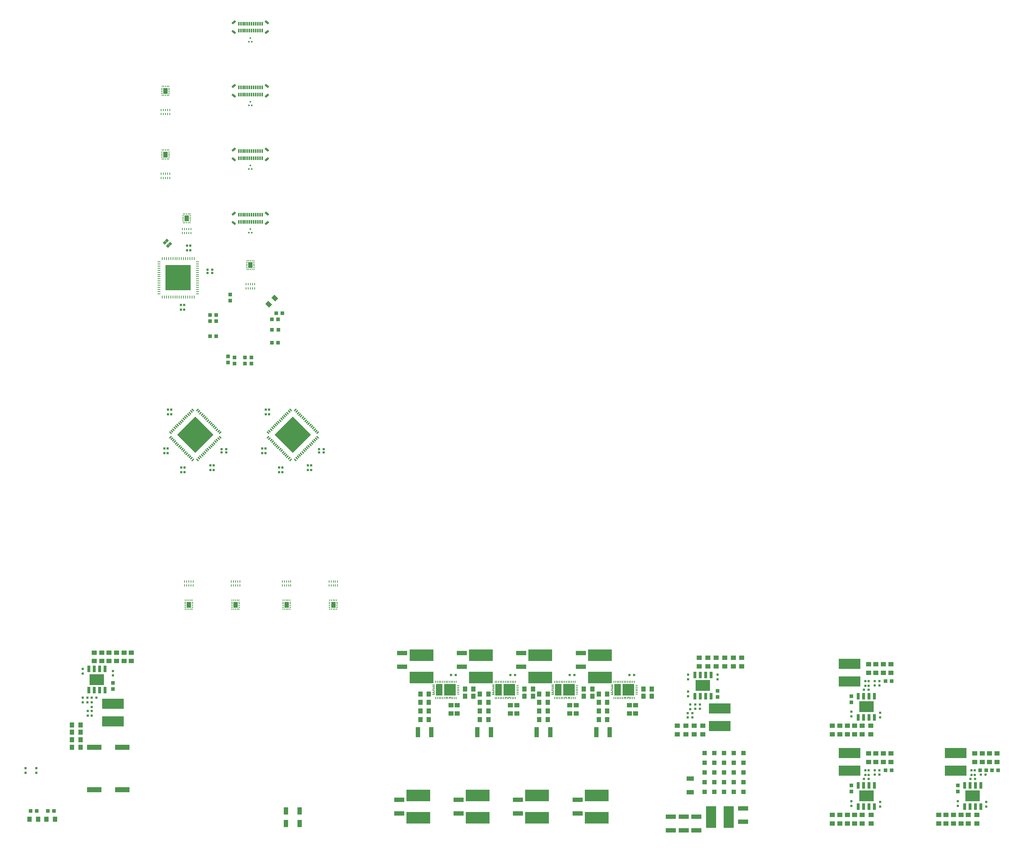
<source format=gbr>
%TF.GenerationSoftware,Altium Limited,Altium Designer,22.5.1 (42)*%
G04 Layer_Color=8421504*
%FSLAX26Y26*%
%MOIN*%
%TF.SameCoordinates,79F18A81-A5BF-4171-AD75-6FA3A7A6B408*%
%TF.FilePolarity,Positive*%
%TF.FileFunction,Paste,Top*%
%TF.Part,Single*%
G01*
G75*
%TA.AperFunction,SMDPad,CuDef*%
%ADD12R,0.200787X0.092520*%
%ADD13R,0.035433X0.033465*%
%ADD14R,0.023622X0.023622*%
%ADD15R,0.049213X0.039370*%
%ADD16R,0.023622X0.023622*%
%ADD17R,0.031496X0.059055*%
%ADD18R,0.137795X0.102362*%
%ADD19R,0.039370X0.070866*%
%ADD20R,0.043307X0.094488*%
%ADD21R,0.039370X0.049213*%
%ADD22R,0.220472X0.106299*%
%ADD23R,0.094488X0.043307*%
%ADD24R,0.007874X0.023622*%
%ADD25R,0.060236X0.107087*%
%ADD26R,0.107087X0.107087*%
%ADD27R,0.023622X0.009842*%
%ADD28R,0.023622X0.007874*%
%ADD29P,0.033407X4X360.0*%
G04:AMPARAMS|DCode=30|XSize=39.37mil|YSize=55.118mil|CornerRadius=0.984mil|HoleSize=0mil|Usage=FLASHONLY|Rotation=180.000|XOffset=0mil|YOffset=0mil|HoleType=Round|Shape=RoundedRectangle|*
%AMROUNDEDRECTD30*
21,1,0.039370,0.053150,0,0,180.0*
21,1,0.037402,0.055118,0,0,180.0*
1,1,0.001968,-0.018701,0.026575*
1,1,0.001968,0.018701,0.026575*
1,1,0.001968,0.018701,-0.026575*
1,1,0.001968,-0.018701,-0.026575*
%
%ADD30ROUNDEDRECTD30*%
G04:AMPARAMS|DCode=31|XSize=7.874mil|YSize=11.811mil|CornerRadius=0.984mil|HoleSize=0mil|Usage=FLASHONLY|Rotation=180.000|XOffset=0mil|YOffset=0mil|HoleType=Round|Shape=RoundedRectangle|*
%AMROUNDEDRECTD31*
21,1,0.007874,0.009843,0,0,180.0*
21,1,0.005906,0.011811,0,0,180.0*
1,1,0.001968,-0.002953,0.004921*
1,1,0.001968,0.002953,0.004921*
1,1,0.001968,0.002953,-0.004921*
1,1,0.001968,-0.002953,-0.004921*
%
%ADD31ROUNDEDRECTD31*%
G04:AMPARAMS|DCode=32|XSize=7.874mil|YSize=11.811mil|CornerRadius=0.984mil|HoleSize=0mil|Usage=FLASHONLY|Rotation=90.000|XOffset=0mil|YOffset=0mil|HoleType=Round|Shape=RoundedRectangle|*
%AMROUNDEDRECTD32*
21,1,0.007874,0.009843,0,0,90.0*
21,1,0.005906,0.011811,0,0,90.0*
1,1,0.001968,0.004921,0.002953*
1,1,0.001968,0.004921,-0.002953*
1,1,0.001968,-0.004921,-0.002953*
1,1,0.001968,-0.004921,0.002953*
%
%ADD32ROUNDEDRECTD32*%
%ADD33R,0.011811X0.011811*%
%ADD34R,0.007874X0.018701*%
%ADD35R,0.033465X0.035433*%
G04:AMPARAMS|DCode=36|XSize=39.37mil|YSize=49.213mil|CornerRadius=0mil|HoleSize=0mil|Usage=FLASHONLY|Rotation=45.000|XOffset=0mil|YOffset=0mil|HoleType=Round|Shape=Rectangle|*
%AMROTATEDRECTD36*
4,1,4,0.003480,-0.031319,-0.031319,0.003480,-0.003480,0.031319,0.031319,-0.003480,0.003480,-0.031319,0.0*
%
%ADD36ROTATEDRECTD36*%

%ADD37R,0.133858X0.047244*%
%ADD38R,0.092520X0.200787*%
%ADD39R,0.070866X0.039370*%
%TA.AperFunction,BGAPad,CuDef*%
%ADD40R,0.041732X0.041732*%
%TA.AperFunction,SMDPad,CuDef*%
G04:AMPARAMS|DCode=41|XSize=19.685mil|YSize=40.551mil|CornerRadius=0mil|HoleSize=0mil|Usage=FLASHONLY|Rotation=230.000|XOffset=0mil|YOffset=0mil|HoleType=Round|Shape=Rectangle|*
%AMROTATEDRECTD41*
4,1,4,-0.009205,0.020573,0.021859,-0.005493,0.009205,-0.020573,-0.021859,0.005493,-0.009205,0.020573,0.0*
%
%ADD41ROTATEDRECTD41*%

G04:AMPARAMS|DCode=42|XSize=19.685mil|YSize=40.551mil|CornerRadius=0mil|HoleSize=0mil|Usage=FLASHONLY|Rotation=130.000|XOffset=0mil|YOffset=0mil|HoleType=Round|Shape=Rectangle|*
%AMROTATEDRECTD42*
4,1,4,0.021859,0.005493,-0.009205,-0.020573,-0.021859,-0.005493,0.009205,0.020573,0.021859,0.005493,0.0*
%
%ADD42ROTATEDRECTD42*%

%ADD43R,0.011811X0.033465*%
%ADD44R,0.236220X0.236220*%
%ADD45R,0.027165X0.011024*%
%ADD46R,0.011024X0.027165*%
%ADD47P,0.334066X4X90.0*%
G04:AMPARAMS|DCode=48|XSize=11.024mil|YSize=27.165mil|CornerRadius=0mil|HoleSize=0mil|Usage=FLASHONLY|Rotation=135.000|XOffset=0mil|YOffset=0mil|HoleType=Round|Shape=Rectangle|*
%AMROTATEDRECTD48*
4,1,4,0.013502,0.005707,-0.005707,-0.013502,-0.013502,-0.005707,0.005707,0.013502,0.013502,0.005707,0.0*
%
%ADD48ROTATEDRECTD48*%

G04:AMPARAMS|DCode=49|XSize=11.024mil|YSize=27.165mil|CornerRadius=0mil|HoleSize=0mil|Usage=FLASHONLY|Rotation=225.000|XOffset=0mil|YOffset=0mil|HoleType=Round|Shape=Rectangle|*
%AMROTATEDRECTD49*
4,1,4,-0.005707,0.013502,0.013502,-0.005707,0.005707,-0.013502,-0.013502,0.005707,-0.005707,0.013502,0.0*
%
%ADD49ROTATEDRECTD49*%

%TA.AperFunction,Conductor*%
%ADD62R,0.023622X0.010827*%
%ADD63R,0.010827X0.045276*%
D12*
X12421260Y4386811D02*
D03*
Y4550197D02*
D03*
X6795837Y4432087D02*
D03*
Y4595472D02*
D03*
X14606299Y4136811D02*
D03*
Y3973425D02*
D03*
X13622047Y4136811D02*
D03*
Y3973425D02*
D03*
Y4963583D02*
D03*
Y4800197D02*
D03*
D13*
X12401575Y4713583D02*
D03*
Y4656496D02*
D03*
X7923228Y7748032D02*
D03*
Y7805118D02*
D03*
X8021654D02*
D03*
Y7748032D02*
D03*
X8080709Y7805118D02*
D03*
Y7748032D02*
D03*
X7884842Y8331693D02*
D03*
Y8388780D02*
D03*
X7864173Y7815945D02*
D03*
Y7758858D02*
D03*
X14625984Y3780512D02*
D03*
Y3837598D02*
D03*
X13641732Y3780512D02*
D03*
Y3837598D02*
D03*
X13641732Y4607283D02*
D03*
Y4664370D02*
D03*
X6795837Y4788386D02*
D03*
Y4731299D02*
D03*
D14*
X12401575Y4820866D02*
D03*
Y4864173D02*
D03*
X12125984Y4706693D02*
D03*
Y4663386D02*
D03*
Y4864173D02*
D03*
Y4820866D02*
D03*
X12145669Y4588583D02*
D03*
Y4545276D02*
D03*
X8241969Y7320197D02*
D03*
Y7276890D02*
D03*
X8211969Y7320197D02*
D03*
Y7276890D02*
D03*
X8604331Y6760827D02*
D03*
Y6804134D02*
D03*
X8180118Y6918307D02*
D03*
Y6961614D02*
D03*
X8634331Y6760827D02*
D03*
Y6804134D02*
D03*
X8210118Y6918307D02*
D03*
Y6961614D02*
D03*
X8335630Y6742126D02*
D03*
Y6785433D02*
D03*
X8365630Y6742126D02*
D03*
Y6785433D02*
D03*
X7336461Y7320212D02*
D03*
Y7276905D02*
D03*
X7306461Y7320212D02*
D03*
Y7276905D02*
D03*
X7698819Y6760827D02*
D03*
Y6804134D02*
D03*
X7274606Y6918307D02*
D03*
Y6961614D02*
D03*
X7728819Y6760827D02*
D03*
Y6804134D02*
D03*
X7304606Y6918307D02*
D03*
Y6961614D02*
D03*
X7430118Y6742126D02*
D03*
Y6785433D02*
D03*
X7460118Y6742126D02*
D03*
Y6785433D02*
D03*
X7514252Y8841535D02*
D03*
Y8798228D02*
D03*
X7484252Y8841535D02*
D03*
Y8798228D02*
D03*
X7426181Y8249016D02*
D03*
Y8292323D02*
D03*
X7456181Y8249016D02*
D03*
Y8292323D02*
D03*
X14625984Y3692913D02*
D03*
Y3649606D02*
D03*
X14783465Y3935039D02*
D03*
Y3978346D02*
D03*
X14891732Y3639764D02*
D03*
Y3683071D02*
D03*
X14753937Y3978346D02*
D03*
Y3935039D02*
D03*
X13641732Y3692913D02*
D03*
Y3649606D02*
D03*
X13799213Y3935039D02*
D03*
Y3978346D02*
D03*
X13907480Y3639764D02*
D03*
Y3683071D02*
D03*
X13769685Y3978346D02*
D03*
Y3935039D02*
D03*
X13641732Y4519685D02*
D03*
Y4476378D02*
D03*
X13799213Y4761811D02*
D03*
Y4805118D02*
D03*
X13907480Y4466535D02*
D03*
Y4509842D02*
D03*
X13769685Y4805118D02*
D03*
Y4761811D02*
D03*
X6795837Y4856299D02*
D03*
Y4899606D02*
D03*
X6599971Y4529527D02*
D03*
Y4486220D02*
D03*
Y4608268D02*
D03*
Y4564961D02*
D03*
X6518278Y4917323D02*
D03*
Y4874016D02*
D03*
X6564538Y4486220D02*
D03*
Y4529527D02*
D03*
X6087598Y3954724D02*
D03*
Y3998032D02*
D03*
X5988000Y3954724D02*
D03*
Y3998032D02*
D03*
D15*
X12027559Y4389764D02*
D03*
Y4311024D02*
D03*
X12106299Y4389764D02*
D03*
Y4311024D02*
D03*
X12185039Y4389764D02*
D03*
Y4311024D02*
D03*
X12263780Y4389764D02*
D03*
Y4311024D02*
D03*
X12230315Y4940945D02*
D03*
Y5019685D02*
D03*
X12309055Y4940945D02*
D03*
Y5019685D02*
D03*
X12387795Y4940945D02*
D03*
Y5019685D02*
D03*
X12466535Y4940945D02*
D03*
Y5019685D02*
D03*
X12545276Y4940945D02*
D03*
Y5019685D02*
D03*
X12624016Y4940945D02*
D03*
Y5019685D02*
D03*
X10480315Y4582677D02*
D03*
Y4503937D02*
D03*
X10539370Y4582677D02*
D03*
Y4503937D02*
D03*
X11031496Y4582677D02*
D03*
Y4503937D02*
D03*
X11090551Y4582677D02*
D03*
Y4503937D02*
D03*
X9929134Y4582677D02*
D03*
Y4503937D02*
D03*
X9988189Y4582677D02*
D03*
Y4503937D02*
D03*
X11582677Y4582677D02*
D03*
Y4503937D02*
D03*
X11641732Y4582677D02*
D03*
Y4503937D02*
D03*
X14852362Y4133858D02*
D03*
Y4055118D02*
D03*
X14921260Y4133858D02*
D03*
Y4055118D02*
D03*
X14990157Y4133858D02*
D03*
Y4055118D02*
D03*
X14783465Y4133858D02*
D03*
Y4055118D02*
D03*
X14724409Y3562992D02*
D03*
Y3484252D02*
D03*
X14803150Y3562992D02*
D03*
Y3484252D02*
D03*
X14655512Y3562992D02*
D03*
Y3484252D02*
D03*
X14586614Y3562992D02*
D03*
Y3484252D02*
D03*
X14517717Y3562992D02*
D03*
Y3484252D02*
D03*
X14448819Y3562992D02*
D03*
Y3484252D02*
D03*
X14005906Y4133858D02*
D03*
Y4055118D02*
D03*
X13937008Y4133858D02*
D03*
Y4055118D02*
D03*
X13868110Y4133858D02*
D03*
Y4055118D02*
D03*
X13799213Y4133858D02*
D03*
Y4055118D02*
D03*
X13740157Y3562992D02*
D03*
Y3484252D02*
D03*
X13825040Y3562992D02*
D03*
Y3484252D02*
D03*
X13671260Y3562992D02*
D03*
Y3484252D02*
D03*
X13602362Y3562992D02*
D03*
Y3484252D02*
D03*
X13533465Y3562992D02*
D03*
Y3484252D02*
D03*
X13464567Y3562992D02*
D03*
Y3484252D02*
D03*
X14005906Y4960630D02*
D03*
Y4881890D02*
D03*
X13937008Y4960630D02*
D03*
Y4881890D02*
D03*
X13868110Y4960630D02*
D03*
Y4881890D02*
D03*
X13799213Y4960630D02*
D03*
Y4881890D02*
D03*
X13740158Y4389764D02*
D03*
Y4311024D02*
D03*
X13818898Y4389764D02*
D03*
Y4311024D02*
D03*
X13671260Y4389764D02*
D03*
Y4311024D02*
D03*
X13602362Y4389764D02*
D03*
Y4311024D02*
D03*
X13533465Y4389764D02*
D03*
Y4311024D02*
D03*
X13464567Y4389764D02*
D03*
Y4311024D02*
D03*
X6761811Y4990158D02*
D03*
Y5068898D02*
D03*
X6830709Y4990158D02*
D03*
Y5068898D02*
D03*
X6899606Y4990158D02*
D03*
Y5068898D02*
D03*
X6624016Y4990158D02*
D03*
Y5068898D02*
D03*
X6692913Y4990158D02*
D03*
Y5068898D02*
D03*
X6968504Y4990158D02*
D03*
Y5068898D02*
D03*
D16*
X12124016Y4507874D02*
D03*
X12167323D02*
D03*
Y4468504D02*
D03*
X12124016D02*
D03*
X12192913Y4586614D02*
D03*
X12236220D02*
D03*
Y4547244D02*
D03*
X12192913D02*
D03*
X10523622Y4862205D02*
D03*
X10480315D02*
D03*
X11074803D02*
D03*
X11031496D02*
D03*
X9972441D02*
D03*
X9929134D02*
D03*
X11625984D02*
D03*
X11582677D02*
D03*
X8751535Y6924016D02*
D03*
X8708228D02*
D03*
X8751535Y6954016D02*
D03*
X8708228D02*
D03*
X7846036Y6924025D02*
D03*
X7802729D02*
D03*
X7846036Y6954025D02*
D03*
X7802729D02*
D03*
X7715551Y8587598D02*
D03*
X7672244D02*
D03*
X7715551Y8617598D02*
D03*
X7672244D02*
D03*
X14840551Y3937008D02*
D03*
X14883858D02*
D03*
X14785433Y3897638D02*
D03*
X14742126D02*
D03*
X13899606Y3976378D02*
D03*
X13856299D02*
D03*
Y3937008D02*
D03*
X13899606D02*
D03*
X13801181Y3897638D02*
D03*
X13757874D02*
D03*
X13899606Y4803150D02*
D03*
X13856299D02*
D03*
Y4763779D02*
D03*
X13899606D02*
D03*
X13801181Y4724409D02*
D03*
X13757874D02*
D03*
X6600955Y4651575D02*
D03*
X6644262D02*
D03*
X6518278D02*
D03*
X6561585D02*
D03*
X6518278Y4608268D02*
D03*
X6561585D02*
D03*
D17*
X12338780Y4665354D02*
D03*
X12288780D02*
D03*
X12188780D02*
D03*
X12238780D02*
D03*
Y4862205D02*
D03*
X12188780D02*
D03*
X12288780D02*
D03*
X12338780D02*
D03*
X14688780Y3838583D02*
D03*
X14738780D02*
D03*
X14838780D02*
D03*
X14788780D02*
D03*
Y3641732D02*
D03*
X14838780D02*
D03*
X14738780D02*
D03*
X14688780D02*
D03*
X13704528Y3838583D02*
D03*
X13754528D02*
D03*
X13854528D02*
D03*
X13804528D02*
D03*
Y3641732D02*
D03*
X13854528D02*
D03*
X13754528D02*
D03*
X13704528D02*
D03*
Y4665354D02*
D03*
X13754528D02*
D03*
X13854528D02*
D03*
X13804528D02*
D03*
Y4468504D02*
D03*
X13854528D02*
D03*
X13754528D02*
D03*
X13704528D02*
D03*
X6723199Y4720472D02*
D03*
X6673199D02*
D03*
X6573199D02*
D03*
X6623199D02*
D03*
Y4917323D02*
D03*
X6573199D02*
D03*
X6673199D02*
D03*
X6723199D02*
D03*
D18*
X12263780Y4763779D02*
D03*
X14763780Y3740157D02*
D03*
X13779528D02*
D03*
Y4566929D02*
D03*
X6648199Y4818898D02*
D03*
D19*
X8527559Y3484252D02*
D03*
X8401575D02*
D03*
X8527559Y3602362D02*
D03*
X8401575D02*
D03*
D20*
X11401575Y4330709D02*
D03*
X11275591D02*
D03*
X10173228D02*
D03*
X10299213D02*
D03*
X10724409D02*
D03*
X10850394D02*
D03*
X9622047D02*
D03*
X9748031D02*
D03*
D21*
X11299213Y4606299D02*
D03*
X11377953D02*
D03*
X11299213Y4527559D02*
D03*
X11377953D02*
D03*
X11299213Y4448819D02*
D03*
X11377953D02*
D03*
X11299213Y4685039D02*
D03*
X11377953D02*
D03*
X10275591D02*
D03*
X10196850D02*
D03*
X10275591Y4606299D02*
D03*
X10196850D02*
D03*
X10275591Y4527559D02*
D03*
X10196850D02*
D03*
X10275591Y4448819D02*
D03*
X10196850D02*
D03*
X10610236Y4732283D02*
D03*
X10688976D02*
D03*
X10610236Y4665354D02*
D03*
X10688976D02*
D03*
X10826772Y4685039D02*
D03*
X10748031D02*
D03*
X10826772Y4606299D02*
D03*
X10748031D02*
D03*
X10826772Y4527559D02*
D03*
X10748031D02*
D03*
X10826772Y4448819D02*
D03*
X10748031D02*
D03*
X11161417Y4732283D02*
D03*
X11240157D02*
D03*
X11161417Y4665354D02*
D03*
X11240157D02*
D03*
X9724409Y4685039D02*
D03*
X9645669D02*
D03*
X9724409Y4606299D02*
D03*
X9645669D02*
D03*
X9724409Y4527559D02*
D03*
X9645669D02*
D03*
X9724409Y4448819D02*
D03*
X9645669D02*
D03*
X10059055Y4732283D02*
D03*
X10137795D02*
D03*
X10059055Y4665354D02*
D03*
X10137795D02*
D03*
X11712598Y4732283D02*
D03*
X11791339D02*
D03*
X11712598Y4665354D02*
D03*
X11791339D02*
D03*
X6496063Y4399606D02*
D03*
X6417323D02*
D03*
X6496063Y4330709D02*
D03*
X6417323D02*
D03*
X6496063Y4261811D02*
D03*
X6417323D02*
D03*
X6496063Y4192913D02*
D03*
X6417323D02*
D03*
X6102362Y3523622D02*
D03*
X6023622D02*
D03*
X6181102D02*
D03*
X6259842D02*
D03*
D22*
X9625983Y3746063D02*
D03*
Y3537402D02*
D03*
X10177165Y3746063D02*
D03*
Y3537402D02*
D03*
X10728346Y3746063D02*
D03*
Y3537402D02*
D03*
X11279527Y3746063D02*
D03*
Y3537402D02*
D03*
X10206693Y4836614D02*
D03*
Y5045276D02*
D03*
X10757874Y4836614D02*
D03*
Y5045276D02*
D03*
X9655512Y4836614D02*
D03*
Y5045276D02*
D03*
X11309055Y4836614D02*
D03*
Y5045276D02*
D03*
D23*
X9448819Y3578740D02*
D03*
Y3704724D02*
D03*
X10000000Y3578740D02*
D03*
Y3704724D02*
D03*
X10551181Y3578740D02*
D03*
Y3704724D02*
D03*
X11102362Y3578740D02*
D03*
Y3704724D02*
D03*
X10029528Y5062992D02*
D03*
Y4937008D02*
D03*
X10580709Y5062992D02*
D03*
Y4937008D02*
D03*
X9478346Y5062992D02*
D03*
Y4937008D02*
D03*
X11131890Y5062992D02*
D03*
Y4937008D02*
D03*
X12637795Y3500000D02*
D03*
Y3625984D02*
D03*
X12204724Y3421260D02*
D03*
Y3547244D02*
D03*
X12086614Y3421260D02*
D03*
Y3547244D02*
D03*
X11968504Y3421260D02*
D03*
Y3547244D02*
D03*
D24*
X9897638Y4799212D02*
D03*
X9976378Y4649606D02*
D03*
X9960630D02*
D03*
X9929134D02*
D03*
X9913386D02*
D03*
X9897638D02*
D03*
X9881890D02*
D03*
X9866142D02*
D03*
X9850394D02*
D03*
X9834646D02*
D03*
X9818898D02*
D03*
X9803149D02*
D03*
X9787401D02*
D03*
Y4799212D02*
D03*
X9803149D02*
D03*
X9818898D02*
D03*
X9834646D02*
D03*
X9850394D02*
D03*
X9866142D02*
D03*
X9881890D02*
D03*
X9913386D02*
D03*
X9929134D02*
D03*
X9944882D02*
D03*
X9960630D02*
D03*
X9976378D02*
D03*
X9944882Y4649606D02*
D03*
X10448819Y4799212D02*
D03*
X10527559Y4649606D02*
D03*
X10511811D02*
D03*
X10480315D02*
D03*
X10464567D02*
D03*
X10448819D02*
D03*
X10433071D02*
D03*
X10417323D02*
D03*
X10401575D02*
D03*
X10385827D02*
D03*
X10370079D02*
D03*
X10354331D02*
D03*
X10338583D02*
D03*
Y4799212D02*
D03*
X10354331D02*
D03*
X10370079D02*
D03*
X10385827D02*
D03*
X10401575D02*
D03*
X10417323D02*
D03*
X10433071D02*
D03*
X10464567D02*
D03*
X10480315D02*
D03*
X10496063D02*
D03*
X10511811D02*
D03*
X10527559D02*
D03*
X10496063Y4649606D02*
D03*
X11000000Y4799212D02*
D03*
X11078740Y4649606D02*
D03*
X11062992D02*
D03*
X11031496D02*
D03*
X11015748D02*
D03*
X11000000D02*
D03*
X10984252D02*
D03*
X10968504D02*
D03*
X10952756D02*
D03*
X10937008D02*
D03*
X10921260D02*
D03*
X10905512D02*
D03*
X10889764D02*
D03*
Y4799212D02*
D03*
X10905512D02*
D03*
X10921260D02*
D03*
X10937008D02*
D03*
X10952756D02*
D03*
X10968504D02*
D03*
X10984252D02*
D03*
X11015748D02*
D03*
X11031496D02*
D03*
X11047244D02*
D03*
X11062992D02*
D03*
X11078740D02*
D03*
X11047244Y4649606D02*
D03*
X11551181Y4799212D02*
D03*
X11629921Y4649606D02*
D03*
X11614173D02*
D03*
X11582677D02*
D03*
X11566929D02*
D03*
X11551181D02*
D03*
X11535433D02*
D03*
X11519685D02*
D03*
X11503937D02*
D03*
X11488189D02*
D03*
X11472441D02*
D03*
X11456693D02*
D03*
X11440945D02*
D03*
Y4799212D02*
D03*
X11456693D02*
D03*
X11472441D02*
D03*
X11488189D02*
D03*
X11503937D02*
D03*
X11519685D02*
D03*
X11535433D02*
D03*
X11566929D02*
D03*
X11582677D02*
D03*
X11598425D02*
D03*
X11614173D02*
D03*
X11629921D02*
D03*
X11598425Y4649606D02*
D03*
D25*
X9820472Y4724409D02*
D03*
X10371654D02*
D03*
X10922835D02*
D03*
X11474016D02*
D03*
D26*
X9919882D02*
D03*
X10471063D02*
D03*
X11022244D02*
D03*
X11573425D02*
D03*
D27*
X9767717Y4680118D02*
D03*
Y4768701D02*
D03*
X10318898Y4680118D02*
D03*
Y4768701D02*
D03*
X10870079Y4680118D02*
D03*
Y4768701D02*
D03*
X11421260Y4680118D02*
D03*
Y4768701D02*
D03*
D28*
X9767717Y4698819D02*
D03*
Y4716535D02*
D03*
Y4732283D02*
D03*
Y4750000D02*
D03*
X9996063Y4763779D02*
D03*
Y4748031D02*
D03*
Y4732283D02*
D03*
Y4716535D02*
D03*
Y4700787D02*
D03*
Y4685039D02*
D03*
X10318898Y4698819D02*
D03*
Y4716535D02*
D03*
Y4732283D02*
D03*
Y4750000D02*
D03*
X10547244Y4763779D02*
D03*
Y4748031D02*
D03*
Y4732283D02*
D03*
Y4716535D02*
D03*
Y4700787D02*
D03*
Y4685039D02*
D03*
X10870079Y4698819D02*
D03*
Y4716535D02*
D03*
Y4732283D02*
D03*
Y4750000D02*
D03*
X11098425Y4763779D02*
D03*
Y4748031D02*
D03*
Y4732283D02*
D03*
Y4716535D02*
D03*
Y4700787D02*
D03*
Y4685039D02*
D03*
X11421260Y4698819D02*
D03*
Y4716535D02*
D03*
Y4732283D02*
D03*
Y4750000D02*
D03*
X11649606Y4763779D02*
D03*
Y4748031D02*
D03*
Y4732283D02*
D03*
Y4716535D02*
D03*
Y4700787D02*
D03*
Y4685039D02*
D03*
D29*
X7277311Y8867371D02*
D03*
X7307933Y8836748D02*
D03*
X7297311Y8887371D02*
D03*
X7327933Y8856748D02*
D03*
D30*
X8070866Y8661417D02*
D03*
X7283465Y10275591D02*
D03*
Y9685039D02*
D03*
X7480315Y9094488D02*
D03*
X8838583Y5511811D02*
D03*
X8405512D02*
D03*
X7933071D02*
D03*
X7500000D02*
D03*
D31*
X8102362Y8620079D02*
D03*
X8086614D02*
D03*
X8070866D02*
D03*
X8055118D02*
D03*
X8039370D02*
D03*
Y8702756D02*
D03*
X8055118D02*
D03*
X8070866D02*
D03*
X8086614D02*
D03*
X8102362D02*
D03*
X7314961Y10234252D02*
D03*
X7299213D02*
D03*
X7283465D02*
D03*
X7267717D02*
D03*
X7251968D02*
D03*
Y10316929D02*
D03*
X7267717D02*
D03*
X7283465D02*
D03*
X7299213D02*
D03*
X7314961D02*
D03*
Y9643701D02*
D03*
X7299213D02*
D03*
X7283465D02*
D03*
X7267717D02*
D03*
X7251968D02*
D03*
Y9726378D02*
D03*
X7267717D02*
D03*
X7283465D02*
D03*
X7299213D02*
D03*
X7314961D02*
D03*
X7511811Y9053150D02*
D03*
X7496063D02*
D03*
X7480315D02*
D03*
X7464567D02*
D03*
X7448819D02*
D03*
Y9135827D02*
D03*
X7464567D02*
D03*
X7480315D02*
D03*
X7496063D02*
D03*
X7511811D02*
D03*
X8807087Y5470472D02*
D03*
X8822835D02*
D03*
X8838583D02*
D03*
X8854331D02*
D03*
X8870079D02*
D03*
Y5553150D02*
D03*
X8854331D02*
D03*
X8838583D02*
D03*
X8822835D02*
D03*
X8807087D02*
D03*
X8374016Y5470472D02*
D03*
X8389764D02*
D03*
X8405512D02*
D03*
X8421260D02*
D03*
X8437008D02*
D03*
Y5553150D02*
D03*
X8421260D02*
D03*
X8405512D02*
D03*
X8389764D02*
D03*
X8374016D02*
D03*
X7901575Y5470472D02*
D03*
X7917323D02*
D03*
X7933071D02*
D03*
X7948819D02*
D03*
X7964567D02*
D03*
Y5553150D02*
D03*
X7948819D02*
D03*
X7933071D02*
D03*
X7917323D02*
D03*
X7901575D02*
D03*
X7468504D02*
D03*
X7484252D02*
D03*
X7500000D02*
D03*
X7515748D02*
D03*
X7531496D02*
D03*
Y5470472D02*
D03*
X7515748D02*
D03*
X7500000D02*
D03*
X7484252D02*
D03*
X7468504D02*
D03*
D32*
X8037401Y8637795D02*
D03*
Y8653543D02*
D03*
Y8669291D02*
D03*
Y8685039D02*
D03*
X8104331D02*
D03*
Y8669291D02*
D03*
Y8653543D02*
D03*
Y8637795D02*
D03*
X7250000Y10251969D02*
D03*
Y10267717D02*
D03*
Y10283465D02*
D03*
Y10299213D02*
D03*
X7316929D02*
D03*
Y10283465D02*
D03*
Y10267717D02*
D03*
Y10251969D02*
D03*
X7250000Y9661417D02*
D03*
Y9677165D02*
D03*
Y9692913D02*
D03*
Y9708661D02*
D03*
X7316929D02*
D03*
Y9692913D02*
D03*
Y9677165D02*
D03*
Y9661417D02*
D03*
X7446850Y9070866D02*
D03*
Y9086614D02*
D03*
Y9102362D02*
D03*
Y9118110D02*
D03*
X7513780D02*
D03*
Y9102362D02*
D03*
Y9086614D02*
D03*
Y9070866D02*
D03*
X8805118Y5535433D02*
D03*
Y5519685D02*
D03*
Y5503937D02*
D03*
Y5488189D02*
D03*
X8872047D02*
D03*
Y5503937D02*
D03*
Y5519685D02*
D03*
Y5535433D02*
D03*
X8372047D02*
D03*
Y5519685D02*
D03*
Y5503937D02*
D03*
Y5488189D02*
D03*
X8438976D02*
D03*
Y5503937D02*
D03*
Y5519685D02*
D03*
Y5535433D02*
D03*
X7899606D02*
D03*
Y5519685D02*
D03*
Y5503937D02*
D03*
Y5488189D02*
D03*
X7966535D02*
D03*
Y5503937D02*
D03*
Y5519685D02*
D03*
Y5535433D02*
D03*
X7533465D02*
D03*
Y5519685D02*
D03*
Y5503937D02*
D03*
Y5488189D02*
D03*
X7466535D02*
D03*
Y5503937D02*
D03*
Y5519685D02*
D03*
Y5535433D02*
D03*
D33*
X8057087Y10731299D02*
D03*
X8084646D02*
D03*
X8070866Y10764764D02*
D03*
X8057087Y10140748D02*
D03*
X8084646D02*
D03*
X8070866Y10174213D02*
D03*
X8057087Y9550197D02*
D03*
X8084646D02*
D03*
X8070866Y9583662D02*
D03*
X8057087Y8959646D02*
D03*
X8084646D02*
D03*
X8070866Y8993110D02*
D03*
D34*
X7322835Y10097441D02*
D03*
X7303150D02*
D03*
X7283465D02*
D03*
X7263780D02*
D03*
X7244095D02*
D03*
Y10060039D02*
D03*
X7263779D02*
D03*
X7283465D02*
D03*
X7303150D02*
D03*
X7322835D02*
D03*
Y9506890D02*
D03*
X7303150D02*
D03*
X7283465D02*
D03*
X7263780D02*
D03*
X7244095D02*
D03*
Y9469488D02*
D03*
X7263779D02*
D03*
X7283465D02*
D03*
X7303150D02*
D03*
X7322835D02*
D03*
X7519685Y8995079D02*
D03*
X7500000D02*
D03*
X7480315D02*
D03*
X7460630D02*
D03*
X7440945D02*
D03*
Y8957677D02*
D03*
X7460630D02*
D03*
X7480315D02*
D03*
X7500000D02*
D03*
X7519685D02*
D03*
X8110236Y8483268D02*
D03*
X8090551D02*
D03*
X8070866D02*
D03*
X8051181D02*
D03*
X8031496D02*
D03*
Y8445866D02*
D03*
X8051181D02*
D03*
X8070866D02*
D03*
X8090551D02*
D03*
X8110236D02*
D03*
X8799213Y5689961D02*
D03*
X8818898D02*
D03*
X8838583D02*
D03*
X8858268D02*
D03*
X8877953D02*
D03*
Y5727362D02*
D03*
X8858268D02*
D03*
X8838583D02*
D03*
X8818898D02*
D03*
X8799213D02*
D03*
X7893701Y5689961D02*
D03*
X7913386D02*
D03*
X7933071D02*
D03*
X7952756D02*
D03*
X7972441D02*
D03*
Y5727362D02*
D03*
X7952756D02*
D03*
X7933071D02*
D03*
X7913386D02*
D03*
X7893701D02*
D03*
X8366142Y5689961D02*
D03*
X8385827D02*
D03*
X8405512D02*
D03*
X8425197D02*
D03*
X8444882D02*
D03*
Y5727362D02*
D03*
X8425197D02*
D03*
X8405512D02*
D03*
X8385827D02*
D03*
X8366142D02*
D03*
X7460630Y5689961D02*
D03*
X7480315D02*
D03*
X7500000D02*
D03*
X7519685D02*
D03*
X7539370D02*
D03*
Y5727362D02*
D03*
X7519685D02*
D03*
X7500000D02*
D03*
X7480315D02*
D03*
X7460630D02*
D03*
D35*
X8271654Y8060039D02*
D03*
X8328740D02*
D03*
X8311024Y8214567D02*
D03*
X8368110D02*
D03*
X7753937Y8198819D02*
D03*
X7696850D02*
D03*
X7753937Y8139764D02*
D03*
X7696850D02*
D03*
X7753937Y8001968D02*
D03*
X7696850D02*
D03*
X8270669Y7941929D02*
D03*
X8327756D02*
D03*
X8270669Y8159449D02*
D03*
X8327756D02*
D03*
X14890748Y3976378D02*
D03*
X14833661D02*
D03*
X14999016D02*
D03*
X14941929D02*
D03*
X14014764D02*
D03*
X13957677D02*
D03*
X14014764Y4803150D02*
D03*
X13957677D02*
D03*
X6091535Y3600392D02*
D03*
X6034449D02*
D03*
X6191929Y3602362D02*
D03*
X6249016D02*
D03*
D36*
X8239878Y8298933D02*
D03*
X8295555Y8354611D02*
D03*
D37*
X6622047Y3799212D02*
D03*
X6881890D02*
D03*
X6622047Y4192913D02*
D03*
X6881890D02*
D03*
D38*
X12502953Y3543307D02*
D03*
X12339567D02*
D03*
D39*
X12145669Y3775591D02*
D03*
Y3901575D02*
D03*
D40*
X12370472Y4137008D02*
D03*
X12280315D02*
D03*
X12640945D02*
D03*
X12550787D02*
D03*
X12460630D02*
D03*
X12370472Y4046851D02*
D03*
X12280315D02*
D03*
X12640945D02*
D03*
X12550787D02*
D03*
X12460630D02*
D03*
Y3956693D02*
D03*
X12550787D02*
D03*
X12640945D02*
D03*
X12280315D02*
D03*
X12370472D02*
D03*
X12460630Y3866535D02*
D03*
X12550787D02*
D03*
X12640945D02*
D03*
X12280315D02*
D03*
X12370472D02*
D03*
X12460630Y3776378D02*
D03*
X12550787D02*
D03*
X12640945D02*
D03*
X12280315D02*
D03*
X12370472D02*
D03*
D41*
X8223622Y10910827D02*
D03*
X7918110Y10821457D02*
D03*
X8223622Y10320276D02*
D03*
X7918110Y10230906D02*
D03*
X8223622Y9729724D02*
D03*
X7918110Y9640354D02*
D03*
X8223622Y9139173D02*
D03*
X7918110Y9049803D02*
D03*
D42*
X8223622Y10821457D02*
D03*
X7918110Y10910827D02*
D03*
X8223622Y10230906D02*
D03*
X7918110Y10320276D02*
D03*
X8223622Y9640354D02*
D03*
X7918110Y9729724D02*
D03*
X8223622Y9049803D02*
D03*
X7918110Y9139173D02*
D03*
D43*
X8179134Y10898819D02*
D03*
X8159449D02*
D03*
X8139764D02*
D03*
X8120079D02*
D03*
X8100394D02*
D03*
X8080709D02*
D03*
X8061024D02*
D03*
X8041338D02*
D03*
X8021654D02*
D03*
X8001968D02*
D03*
X7982283D02*
D03*
X7962598D02*
D03*
Y10833465D02*
D03*
X7982283D02*
D03*
X8001968D02*
D03*
X8021654D02*
D03*
X8041338D02*
D03*
X8061024D02*
D03*
X8080709D02*
D03*
X8100394D02*
D03*
X8120079D02*
D03*
X8139764D02*
D03*
X8159449D02*
D03*
X8179134D02*
D03*
Y10308268D02*
D03*
X8159449D02*
D03*
X8139764D02*
D03*
X8120079D02*
D03*
X8100394D02*
D03*
X8080709D02*
D03*
X8061024D02*
D03*
X8041338D02*
D03*
X8021654D02*
D03*
X8001968D02*
D03*
X7982283D02*
D03*
X7962598D02*
D03*
Y10242913D02*
D03*
X7982283D02*
D03*
X8001968D02*
D03*
X8021654D02*
D03*
X8041338D02*
D03*
X8061024D02*
D03*
X8080709D02*
D03*
X8100394D02*
D03*
X8120079D02*
D03*
X8139764D02*
D03*
X8159449D02*
D03*
X8179134D02*
D03*
Y9717717D02*
D03*
X8159449D02*
D03*
X8139764D02*
D03*
X8120079D02*
D03*
X8100394D02*
D03*
X8080709D02*
D03*
X8061024D02*
D03*
X8041338D02*
D03*
X8021654D02*
D03*
X8001968D02*
D03*
X7982283D02*
D03*
X7962598D02*
D03*
Y9652362D02*
D03*
X7982283D02*
D03*
X8001968D02*
D03*
X8021654D02*
D03*
X8041338D02*
D03*
X8061024D02*
D03*
X8080709D02*
D03*
X8100394D02*
D03*
X8120079D02*
D03*
X8139764D02*
D03*
X8159449D02*
D03*
X8179134D02*
D03*
Y9127165D02*
D03*
X8159449D02*
D03*
X8139764D02*
D03*
X8120079D02*
D03*
X8100394D02*
D03*
X8080709D02*
D03*
X8061024D02*
D03*
X8041338D02*
D03*
X8021654D02*
D03*
X8001968D02*
D03*
X7982283D02*
D03*
X7962598D02*
D03*
Y9061811D02*
D03*
X7982283D02*
D03*
X8001968D02*
D03*
X8021654D02*
D03*
X8041338D02*
D03*
X8061024D02*
D03*
X8080709D02*
D03*
X8100394D02*
D03*
X8120079D02*
D03*
X8139764D02*
D03*
X8159449D02*
D03*
X8179134D02*
D03*
D44*
X7401575Y8543307D02*
D03*
D45*
X7579724Y8533465D02*
D03*
Y8513780D02*
D03*
Y8494094D02*
D03*
Y8474409D02*
D03*
Y8454724D02*
D03*
Y8435039D02*
D03*
Y8415354D02*
D03*
Y8395669D02*
D03*
Y8553150D02*
D03*
Y8572835D02*
D03*
Y8592520D02*
D03*
Y8612205D02*
D03*
Y8631890D02*
D03*
Y8651575D02*
D03*
Y8671260D02*
D03*
Y8690945D02*
D03*
X7223425Y8553150D02*
D03*
Y8572835D02*
D03*
Y8592520D02*
D03*
Y8612205D02*
D03*
Y8631890D02*
D03*
Y8651575D02*
D03*
Y8671260D02*
D03*
Y8690945D02*
D03*
Y8533465D02*
D03*
Y8513780D02*
D03*
Y8494094D02*
D03*
Y8474409D02*
D03*
Y8454724D02*
D03*
Y8435039D02*
D03*
Y8415354D02*
D03*
Y8395669D02*
D03*
D46*
X7411417Y8721457D02*
D03*
X7431102D02*
D03*
X7450787D02*
D03*
X7470472D02*
D03*
X7490158D02*
D03*
X7509842D02*
D03*
X7529528D02*
D03*
X7549213D02*
D03*
X7391732D02*
D03*
X7372047D02*
D03*
X7352362D02*
D03*
X7332677D02*
D03*
X7312992D02*
D03*
X7293307D02*
D03*
X7273622D02*
D03*
X7253937D02*
D03*
X7391732Y8365157D02*
D03*
X7372047D02*
D03*
X7352362D02*
D03*
X7332677D02*
D03*
X7312992D02*
D03*
X7293307D02*
D03*
X7273622D02*
D03*
X7253937D02*
D03*
X7411417D02*
D03*
X7431102D02*
D03*
X7450787D02*
D03*
X7470472D02*
D03*
X7490158D02*
D03*
X7509842D02*
D03*
X7529528D02*
D03*
X7549213D02*
D03*
D47*
X8464567Y7086614D02*
D03*
X7559055D02*
D03*
D48*
X8331636Y6967603D02*
D03*
X8317717Y6981523D02*
D03*
X8303798Y6995442D02*
D03*
X8289878Y7009361D02*
D03*
X8275959Y7023281D02*
D03*
X8262039Y7037200D02*
D03*
X8248120Y7051120D02*
D03*
X8234200Y7065039D02*
D03*
X8345556Y6953684D02*
D03*
X8359475Y6939764D02*
D03*
X8373395Y6925845D02*
D03*
X8387314Y6911925D02*
D03*
X8401234Y6898006D02*
D03*
X8415153Y6884087D02*
D03*
X8429072Y6870167D02*
D03*
X8442992Y6856248D02*
D03*
X8597497Y7205625D02*
D03*
X8611417Y7191706D02*
D03*
X8625336Y7177786D02*
D03*
X8639256Y7163867D02*
D03*
X8653175Y7149948D02*
D03*
X8667094Y7136028D02*
D03*
X8681014Y7122109D02*
D03*
X8694933Y7108189D02*
D03*
X8583578Y7219545D02*
D03*
X8569658Y7233464D02*
D03*
X8555739Y7247384D02*
D03*
X8541820Y7261303D02*
D03*
X8527900Y7275222D02*
D03*
X8513981Y7289142D02*
D03*
X8500061Y7303061D02*
D03*
X8486142Y7316981D02*
D03*
X7426125Y6967603D02*
D03*
X7412205Y6981523D02*
D03*
X7398286Y6995442D02*
D03*
X7384366Y7009361D02*
D03*
X7370447Y7023281D02*
D03*
X7356528Y7037200D02*
D03*
X7342608Y7051120D02*
D03*
X7328689Y7065039D02*
D03*
X7440044Y6953684D02*
D03*
X7453963Y6939764D02*
D03*
X7467883Y6925845D02*
D03*
X7481802Y6911925D02*
D03*
X7495722Y6898006D02*
D03*
X7509641Y6884087D02*
D03*
X7523561Y6870167D02*
D03*
X7537480Y6856248D02*
D03*
X7691986Y7205625D02*
D03*
X7705905Y7191706D02*
D03*
X7719824Y7177786D02*
D03*
X7733744Y7163867D02*
D03*
X7747663Y7149948D02*
D03*
X7761583Y7136028D02*
D03*
X7775502Y7122109D02*
D03*
X7789422Y7108189D02*
D03*
X7678066Y7219545D02*
D03*
X7664147Y7233464D02*
D03*
X7650227Y7247384D02*
D03*
X7636308Y7261303D02*
D03*
X7622389Y7275222D02*
D03*
X7608469Y7289142D02*
D03*
X7594550Y7303061D02*
D03*
X7580630Y7316981D02*
D03*
D49*
X8583578Y6953684D02*
D03*
X8569658Y6939764D02*
D03*
X8555739Y6925845D02*
D03*
X8541820Y6911925D02*
D03*
X8527900Y6898006D02*
D03*
X8513981Y6884087D02*
D03*
X8500061Y6870167D02*
D03*
X8486142Y6856248D02*
D03*
X8597497Y6967603D02*
D03*
X8611417Y6981523D02*
D03*
X8625336Y6995442D02*
D03*
X8639256Y7009361D02*
D03*
X8653175Y7023281D02*
D03*
X8667094Y7037200D02*
D03*
X8681014Y7051120D02*
D03*
X8694933Y7065039D02*
D03*
X8345556Y7219545D02*
D03*
X8359475Y7233464D02*
D03*
X8373395Y7247384D02*
D03*
X8387314Y7261303D02*
D03*
X8401234Y7275222D02*
D03*
X8415153Y7289142D02*
D03*
X8429072Y7303061D02*
D03*
X8442992Y7316981D02*
D03*
X8331636Y7205625D02*
D03*
X8317717Y7191706D02*
D03*
X8303798Y7177786D02*
D03*
X8289878Y7163867D02*
D03*
X8275959Y7149948D02*
D03*
X8262039Y7136028D02*
D03*
X8248120Y7122109D02*
D03*
X8234200Y7108189D02*
D03*
X7678066Y6953684D02*
D03*
X7664147Y6939764D02*
D03*
X7650227Y6925845D02*
D03*
X7636308Y6911925D02*
D03*
X7622389Y6898006D02*
D03*
X7608469Y6884087D02*
D03*
X7594550Y6870167D02*
D03*
X7580630Y6856248D02*
D03*
X7691986Y6967603D02*
D03*
X7705905Y6981523D02*
D03*
X7719824Y6995442D02*
D03*
X7733744Y7009361D02*
D03*
X7747663Y7023281D02*
D03*
X7761583Y7037200D02*
D03*
X7775502Y7051120D02*
D03*
X7789422Y7065039D02*
D03*
X7440044Y7219545D02*
D03*
X7453963Y7233464D02*
D03*
X7467883Y7247384D02*
D03*
X7481802Y7261303D02*
D03*
X7495722Y7275222D02*
D03*
X7509641Y7289142D02*
D03*
X7523561Y7303061D02*
D03*
X7537480Y7316981D02*
D03*
X7426125Y7205625D02*
D03*
X7412205Y7191706D02*
D03*
X7398286Y7177786D02*
D03*
X7384366Y7163867D02*
D03*
X7370447Y7149948D02*
D03*
X7356528Y7136028D02*
D03*
X7342608Y7122109D02*
D03*
X7328689Y7108189D02*
D03*
D62*
X9889773Y4656004D02*
D03*
X9921260Y4655995D02*
D03*
X10440952Y4656004D02*
D03*
X10472441Y4655997D02*
D03*
X10992134Y4656004D02*
D03*
X11023622Y4655996D02*
D03*
X11543308Y4656004D02*
D03*
X11574803Y4656003D02*
D03*
D63*
X9774113Y4750984D02*
D03*
Y4697834D02*
D03*
X10325292Y4750984D02*
D03*
Y4697835D02*
D03*
X10876473Y4750984D02*
D03*
Y4697835D02*
D03*
X11427651Y4750984D02*
D03*
Y4697834D02*
D03*
%TF.MD5,e6adf3e6dece99a6032485c244aafda3*%
M02*

</source>
